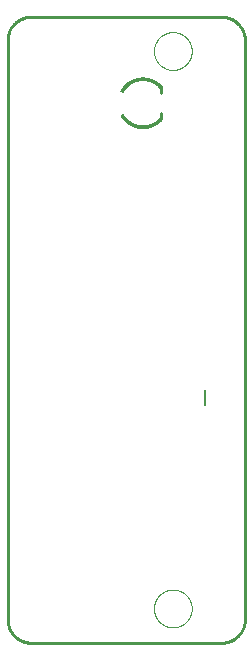
<source format=gbo>
G75*
%MOIN*%
%OFA0B0*%
%FSLAX25Y25*%
%IPPOS*%
%LPD*%
%AMOC8*
5,1,8,0,0,1.08239X$1,22.5*
%
%ADD10C,0.00000*%
%ADD11C,0.01000*%
%ADD12C,0.00800*%
%ADD13C,0.00100*%
D10*
X0060569Y0023167D02*
X0060571Y0023325D01*
X0060577Y0023483D01*
X0060587Y0023641D01*
X0060601Y0023799D01*
X0060619Y0023956D01*
X0060640Y0024113D01*
X0060666Y0024269D01*
X0060696Y0024425D01*
X0060729Y0024580D01*
X0060767Y0024733D01*
X0060808Y0024886D01*
X0060853Y0025038D01*
X0060902Y0025189D01*
X0060955Y0025338D01*
X0061011Y0025486D01*
X0061071Y0025632D01*
X0061135Y0025777D01*
X0061203Y0025920D01*
X0061274Y0026062D01*
X0061348Y0026202D01*
X0061426Y0026339D01*
X0061508Y0026475D01*
X0061592Y0026609D01*
X0061681Y0026740D01*
X0061772Y0026869D01*
X0061867Y0026996D01*
X0061964Y0027121D01*
X0062065Y0027243D01*
X0062169Y0027362D01*
X0062276Y0027479D01*
X0062386Y0027593D01*
X0062499Y0027704D01*
X0062614Y0027813D01*
X0062732Y0027918D01*
X0062853Y0028020D01*
X0062976Y0028120D01*
X0063102Y0028216D01*
X0063230Y0028309D01*
X0063360Y0028399D01*
X0063493Y0028485D01*
X0063628Y0028569D01*
X0063764Y0028648D01*
X0063903Y0028725D01*
X0064044Y0028797D01*
X0064186Y0028867D01*
X0064330Y0028932D01*
X0064476Y0028994D01*
X0064623Y0029052D01*
X0064772Y0029107D01*
X0064922Y0029158D01*
X0065073Y0029205D01*
X0065225Y0029248D01*
X0065378Y0029287D01*
X0065533Y0029323D01*
X0065688Y0029354D01*
X0065844Y0029382D01*
X0066000Y0029406D01*
X0066157Y0029426D01*
X0066315Y0029442D01*
X0066472Y0029454D01*
X0066631Y0029462D01*
X0066789Y0029466D01*
X0066947Y0029466D01*
X0067105Y0029462D01*
X0067264Y0029454D01*
X0067421Y0029442D01*
X0067579Y0029426D01*
X0067736Y0029406D01*
X0067892Y0029382D01*
X0068048Y0029354D01*
X0068203Y0029323D01*
X0068358Y0029287D01*
X0068511Y0029248D01*
X0068663Y0029205D01*
X0068814Y0029158D01*
X0068964Y0029107D01*
X0069113Y0029052D01*
X0069260Y0028994D01*
X0069406Y0028932D01*
X0069550Y0028867D01*
X0069692Y0028797D01*
X0069833Y0028725D01*
X0069972Y0028648D01*
X0070108Y0028569D01*
X0070243Y0028485D01*
X0070376Y0028399D01*
X0070506Y0028309D01*
X0070634Y0028216D01*
X0070760Y0028120D01*
X0070883Y0028020D01*
X0071004Y0027918D01*
X0071122Y0027813D01*
X0071237Y0027704D01*
X0071350Y0027593D01*
X0071460Y0027479D01*
X0071567Y0027362D01*
X0071671Y0027243D01*
X0071772Y0027121D01*
X0071869Y0026996D01*
X0071964Y0026869D01*
X0072055Y0026740D01*
X0072144Y0026609D01*
X0072228Y0026475D01*
X0072310Y0026339D01*
X0072388Y0026202D01*
X0072462Y0026062D01*
X0072533Y0025920D01*
X0072601Y0025777D01*
X0072665Y0025632D01*
X0072725Y0025486D01*
X0072781Y0025338D01*
X0072834Y0025189D01*
X0072883Y0025038D01*
X0072928Y0024886D01*
X0072969Y0024733D01*
X0073007Y0024580D01*
X0073040Y0024425D01*
X0073070Y0024269D01*
X0073096Y0024113D01*
X0073117Y0023956D01*
X0073135Y0023799D01*
X0073149Y0023641D01*
X0073159Y0023483D01*
X0073165Y0023325D01*
X0073167Y0023167D01*
X0073165Y0023009D01*
X0073159Y0022851D01*
X0073149Y0022693D01*
X0073135Y0022535D01*
X0073117Y0022378D01*
X0073096Y0022221D01*
X0073070Y0022065D01*
X0073040Y0021909D01*
X0073007Y0021754D01*
X0072969Y0021601D01*
X0072928Y0021448D01*
X0072883Y0021296D01*
X0072834Y0021145D01*
X0072781Y0020996D01*
X0072725Y0020848D01*
X0072665Y0020702D01*
X0072601Y0020557D01*
X0072533Y0020414D01*
X0072462Y0020272D01*
X0072388Y0020132D01*
X0072310Y0019995D01*
X0072228Y0019859D01*
X0072144Y0019725D01*
X0072055Y0019594D01*
X0071964Y0019465D01*
X0071869Y0019338D01*
X0071772Y0019213D01*
X0071671Y0019091D01*
X0071567Y0018972D01*
X0071460Y0018855D01*
X0071350Y0018741D01*
X0071237Y0018630D01*
X0071122Y0018521D01*
X0071004Y0018416D01*
X0070883Y0018314D01*
X0070760Y0018214D01*
X0070634Y0018118D01*
X0070506Y0018025D01*
X0070376Y0017935D01*
X0070243Y0017849D01*
X0070108Y0017765D01*
X0069972Y0017686D01*
X0069833Y0017609D01*
X0069692Y0017537D01*
X0069550Y0017467D01*
X0069406Y0017402D01*
X0069260Y0017340D01*
X0069113Y0017282D01*
X0068964Y0017227D01*
X0068814Y0017176D01*
X0068663Y0017129D01*
X0068511Y0017086D01*
X0068358Y0017047D01*
X0068203Y0017011D01*
X0068048Y0016980D01*
X0067892Y0016952D01*
X0067736Y0016928D01*
X0067579Y0016908D01*
X0067421Y0016892D01*
X0067264Y0016880D01*
X0067105Y0016872D01*
X0066947Y0016868D01*
X0066789Y0016868D01*
X0066631Y0016872D01*
X0066472Y0016880D01*
X0066315Y0016892D01*
X0066157Y0016908D01*
X0066000Y0016928D01*
X0065844Y0016952D01*
X0065688Y0016980D01*
X0065533Y0017011D01*
X0065378Y0017047D01*
X0065225Y0017086D01*
X0065073Y0017129D01*
X0064922Y0017176D01*
X0064772Y0017227D01*
X0064623Y0017282D01*
X0064476Y0017340D01*
X0064330Y0017402D01*
X0064186Y0017467D01*
X0064044Y0017537D01*
X0063903Y0017609D01*
X0063764Y0017686D01*
X0063628Y0017765D01*
X0063493Y0017849D01*
X0063360Y0017935D01*
X0063230Y0018025D01*
X0063102Y0018118D01*
X0062976Y0018214D01*
X0062853Y0018314D01*
X0062732Y0018416D01*
X0062614Y0018521D01*
X0062499Y0018630D01*
X0062386Y0018741D01*
X0062276Y0018855D01*
X0062169Y0018972D01*
X0062065Y0019091D01*
X0061964Y0019213D01*
X0061867Y0019338D01*
X0061772Y0019465D01*
X0061681Y0019594D01*
X0061592Y0019725D01*
X0061508Y0019859D01*
X0061426Y0019995D01*
X0061348Y0020132D01*
X0061274Y0020272D01*
X0061203Y0020414D01*
X0061135Y0020557D01*
X0061071Y0020702D01*
X0061011Y0020848D01*
X0060955Y0020996D01*
X0060902Y0021145D01*
X0060853Y0021296D01*
X0060808Y0021448D01*
X0060767Y0021601D01*
X0060729Y0021754D01*
X0060696Y0021909D01*
X0060666Y0022065D01*
X0060640Y0022221D01*
X0060619Y0022378D01*
X0060601Y0022535D01*
X0060587Y0022693D01*
X0060577Y0022851D01*
X0060571Y0023009D01*
X0060569Y0023167D01*
X0060569Y0208994D02*
X0060571Y0209152D01*
X0060577Y0209310D01*
X0060587Y0209468D01*
X0060601Y0209626D01*
X0060619Y0209783D01*
X0060640Y0209940D01*
X0060666Y0210096D01*
X0060696Y0210252D01*
X0060729Y0210407D01*
X0060767Y0210560D01*
X0060808Y0210713D01*
X0060853Y0210865D01*
X0060902Y0211016D01*
X0060955Y0211165D01*
X0061011Y0211313D01*
X0061071Y0211459D01*
X0061135Y0211604D01*
X0061203Y0211747D01*
X0061274Y0211889D01*
X0061348Y0212029D01*
X0061426Y0212166D01*
X0061508Y0212302D01*
X0061592Y0212436D01*
X0061681Y0212567D01*
X0061772Y0212696D01*
X0061867Y0212823D01*
X0061964Y0212948D01*
X0062065Y0213070D01*
X0062169Y0213189D01*
X0062276Y0213306D01*
X0062386Y0213420D01*
X0062499Y0213531D01*
X0062614Y0213640D01*
X0062732Y0213745D01*
X0062853Y0213847D01*
X0062976Y0213947D01*
X0063102Y0214043D01*
X0063230Y0214136D01*
X0063360Y0214226D01*
X0063493Y0214312D01*
X0063628Y0214396D01*
X0063764Y0214475D01*
X0063903Y0214552D01*
X0064044Y0214624D01*
X0064186Y0214694D01*
X0064330Y0214759D01*
X0064476Y0214821D01*
X0064623Y0214879D01*
X0064772Y0214934D01*
X0064922Y0214985D01*
X0065073Y0215032D01*
X0065225Y0215075D01*
X0065378Y0215114D01*
X0065533Y0215150D01*
X0065688Y0215181D01*
X0065844Y0215209D01*
X0066000Y0215233D01*
X0066157Y0215253D01*
X0066315Y0215269D01*
X0066472Y0215281D01*
X0066631Y0215289D01*
X0066789Y0215293D01*
X0066947Y0215293D01*
X0067105Y0215289D01*
X0067264Y0215281D01*
X0067421Y0215269D01*
X0067579Y0215253D01*
X0067736Y0215233D01*
X0067892Y0215209D01*
X0068048Y0215181D01*
X0068203Y0215150D01*
X0068358Y0215114D01*
X0068511Y0215075D01*
X0068663Y0215032D01*
X0068814Y0214985D01*
X0068964Y0214934D01*
X0069113Y0214879D01*
X0069260Y0214821D01*
X0069406Y0214759D01*
X0069550Y0214694D01*
X0069692Y0214624D01*
X0069833Y0214552D01*
X0069972Y0214475D01*
X0070108Y0214396D01*
X0070243Y0214312D01*
X0070376Y0214226D01*
X0070506Y0214136D01*
X0070634Y0214043D01*
X0070760Y0213947D01*
X0070883Y0213847D01*
X0071004Y0213745D01*
X0071122Y0213640D01*
X0071237Y0213531D01*
X0071350Y0213420D01*
X0071460Y0213306D01*
X0071567Y0213189D01*
X0071671Y0213070D01*
X0071772Y0212948D01*
X0071869Y0212823D01*
X0071964Y0212696D01*
X0072055Y0212567D01*
X0072144Y0212436D01*
X0072228Y0212302D01*
X0072310Y0212166D01*
X0072388Y0212029D01*
X0072462Y0211889D01*
X0072533Y0211747D01*
X0072601Y0211604D01*
X0072665Y0211459D01*
X0072725Y0211313D01*
X0072781Y0211165D01*
X0072834Y0211016D01*
X0072883Y0210865D01*
X0072928Y0210713D01*
X0072969Y0210560D01*
X0073007Y0210407D01*
X0073040Y0210252D01*
X0073070Y0210096D01*
X0073096Y0209940D01*
X0073117Y0209783D01*
X0073135Y0209626D01*
X0073149Y0209468D01*
X0073159Y0209310D01*
X0073165Y0209152D01*
X0073167Y0208994D01*
X0073165Y0208836D01*
X0073159Y0208678D01*
X0073149Y0208520D01*
X0073135Y0208362D01*
X0073117Y0208205D01*
X0073096Y0208048D01*
X0073070Y0207892D01*
X0073040Y0207736D01*
X0073007Y0207581D01*
X0072969Y0207428D01*
X0072928Y0207275D01*
X0072883Y0207123D01*
X0072834Y0206972D01*
X0072781Y0206823D01*
X0072725Y0206675D01*
X0072665Y0206529D01*
X0072601Y0206384D01*
X0072533Y0206241D01*
X0072462Y0206099D01*
X0072388Y0205959D01*
X0072310Y0205822D01*
X0072228Y0205686D01*
X0072144Y0205552D01*
X0072055Y0205421D01*
X0071964Y0205292D01*
X0071869Y0205165D01*
X0071772Y0205040D01*
X0071671Y0204918D01*
X0071567Y0204799D01*
X0071460Y0204682D01*
X0071350Y0204568D01*
X0071237Y0204457D01*
X0071122Y0204348D01*
X0071004Y0204243D01*
X0070883Y0204141D01*
X0070760Y0204041D01*
X0070634Y0203945D01*
X0070506Y0203852D01*
X0070376Y0203762D01*
X0070243Y0203676D01*
X0070108Y0203592D01*
X0069972Y0203513D01*
X0069833Y0203436D01*
X0069692Y0203364D01*
X0069550Y0203294D01*
X0069406Y0203229D01*
X0069260Y0203167D01*
X0069113Y0203109D01*
X0068964Y0203054D01*
X0068814Y0203003D01*
X0068663Y0202956D01*
X0068511Y0202913D01*
X0068358Y0202874D01*
X0068203Y0202838D01*
X0068048Y0202807D01*
X0067892Y0202779D01*
X0067736Y0202755D01*
X0067579Y0202735D01*
X0067421Y0202719D01*
X0067264Y0202707D01*
X0067105Y0202699D01*
X0066947Y0202695D01*
X0066789Y0202695D01*
X0066631Y0202699D01*
X0066472Y0202707D01*
X0066315Y0202719D01*
X0066157Y0202735D01*
X0066000Y0202755D01*
X0065844Y0202779D01*
X0065688Y0202807D01*
X0065533Y0202838D01*
X0065378Y0202874D01*
X0065225Y0202913D01*
X0065073Y0202956D01*
X0064922Y0203003D01*
X0064772Y0203054D01*
X0064623Y0203109D01*
X0064476Y0203167D01*
X0064330Y0203229D01*
X0064186Y0203294D01*
X0064044Y0203364D01*
X0063903Y0203436D01*
X0063764Y0203513D01*
X0063628Y0203592D01*
X0063493Y0203676D01*
X0063360Y0203762D01*
X0063230Y0203852D01*
X0063102Y0203945D01*
X0062976Y0204041D01*
X0062853Y0204141D01*
X0062732Y0204243D01*
X0062614Y0204348D01*
X0062499Y0204457D01*
X0062386Y0204568D01*
X0062276Y0204682D01*
X0062169Y0204799D01*
X0062065Y0204918D01*
X0061964Y0205040D01*
X0061867Y0205165D01*
X0061772Y0205292D01*
X0061681Y0205421D01*
X0061592Y0205552D01*
X0061508Y0205686D01*
X0061426Y0205822D01*
X0061348Y0205959D01*
X0061274Y0206099D01*
X0061203Y0206241D01*
X0061135Y0206384D01*
X0061071Y0206529D01*
X0061011Y0206675D01*
X0060955Y0206823D01*
X0060902Y0206972D01*
X0060853Y0207123D01*
X0060808Y0207275D01*
X0060767Y0207428D01*
X0060729Y0207581D01*
X0060696Y0207736D01*
X0060666Y0207892D01*
X0060640Y0208048D01*
X0060619Y0208205D01*
X0060601Y0208362D01*
X0060587Y0208520D01*
X0060577Y0208678D01*
X0060571Y0208836D01*
X0060569Y0208994D01*
D11*
X0011750Y0212537D02*
X0011750Y0019624D01*
X0011752Y0019434D01*
X0011759Y0019244D01*
X0011771Y0019054D01*
X0011787Y0018864D01*
X0011807Y0018675D01*
X0011833Y0018486D01*
X0011862Y0018298D01*
X0011897Y0018111D01*
X0011936Y0017925D01*
X0011979Y0017740D01*
X0012027Y0017555D01*
X0012079Y0017372D01*
X0012135Y0017191D01*
X0012196Y0017011D01*
X0012262Y0016832D01*
X0012331Y0016655D01*
X0012405Y0016479D01*
X0012483Y0016306D01*
X0012566Y0016134D01*
X0012652Y0015965D01*
X0012742Y0015797D01*
X0012837Y0015632D01*
X0012935Y0015469D01*
X0013038Y0015309D01*
X0013144Y0015151D01*
X0013254Y0014996D01*
X0013367Y0014843D01*
X0013485Y0014693D01*
X0013606Y0014547D01*
X0013730Y0014403D01*
X0013858Y0014262D01*
X0013989Y0014124D01*
X0014124Y0013989D01*
X0014262Y0013858D01*
X0014403Y0013730D01*
X0014547Y0013606D01*
X0014693Y0013485D01*
X0014843Y0013367D01*
X0014996Y0013254D01*
X0015151Y0013144D01*
X0015309Y0013038D01*
X0015469Y0012935D01*
X0015632Y0012837D01*
X0015797Y0012742D01*
X0015965Y0012652D01*
X0016134Y0012566D01*
X0016306Y0012483D01*
X0016479Y0012405D01*
X0016655Y0012331D01*
X0016832Y0012262D01*
X0017011Y0012196D01*
X0017191Y0012135D01*
X0017372Y0012079D01*
X0017555Y0012027D01*
X0017740Y0011979D01*
X0017925Y0011936D01*
X0018111Y0011897D01*
X0018298Y0011862D01*
X0018486Y0011833D01*
X0018675Y0011807D01*
X0018864Y0011787D01*
X0019054Y0011771D01*
X0019244Y0011759D01*
X0019434Y0011752D01*
X0019624Y0011750D01*
X0082990Y0011750D01*
X0083180Y0011752D01*
X0083370Y0011759D01*
X0083560Y0011771D01*
X0083750Y0011787D01*
X0083939Y0011807D01*
X0084128Y0011833D01*
X0084316Y0011862D01*
X0084503Y0011897D01*
X0084689Y0011936D01*
X0084874Y0011979D01*
X0085059Y0012027D01*
X0085242Y0012079D01*
X0085423Y0012135D01*
X0085603Y0012196D01*
X0085782Y0012262D01*
X0085959Y0012331D01*
X0086135Y0012405D01*
X0086308Y0012483D01*
X0086480Y0012566D01*
X0086649Y0012652D01*
X0086817Y0012742D01*
X0086982Y0012837D01*
X0087145Y0012935D01*
X0087305Y0013038D01*
X0087463Y0013144D01*
X0087618Y0013254D01*
X0087771Y0013367D01*
X0087921Y0013485D01*
X0088067Y0013606D01*
X0088211Y0013730D01*
X0088352Y0013858D01*
X0088490Y0013989D01*
X0088625Y0014124D01*
X0088756Y0014262D01*
X0088884Y0014403D01*
X0089008Y0014547D01*
X0089129Y0014693D01*
X0089247Y0014843D01*
X0089360Y0014996D01*
X0089470Y0015151D01*
X0089576Y0015309D01*
X0089679Y0015469D01*
X0089777Y0015632D01*
X0089872Y0015797D01*
X0089962Y0015965D01*
X0090048Y0016134D01*
X0090131Y0016306D01*
X0090209Y0016479D01*
X0090283Y0016655D01*
X0090352Y0016832D01*
X0090418Y0017011D01*
X0090479Y0017191D01*
X0090535Y0017372D01*
X0090587Y0017555D01*
X0090635Y0017740D01*
X0090678Y0017925D01*
X0090717Y0018111D01*
X0090752Y0018298D01*
X0090781Y0018486D01*
X0090807Y0018675D01*
X0090827Y0018864D01*
X0090843Y0019054D01*
X0090855Y0019244D01*
X0090862Y0019434D01*
X0090864Y0019624D01*
X0090864Y0212537D01*
X0090862Y0212727D01*
X0090855Y0212917D01*
X0090843Y0213107D01*
X0090827Y0213297D01*
X0090807Y0213486D01*
X0090781Y0213675D01*
X0090752Y0213863D01*
X0090717Y0214050D01*
X0090678Y0214236D01*
X0090635Y0214421D01*
X0090587Y0214606D01*
X0090535Y0214789D01*
X0090479Y0214970D01*
X0090418Y0215150D01*
X0090352Y0215329D01*
X0090283Y0215506D01*
X0090209Y0215682D01*
X0090131Y0215855D01*
X0090048Y0216027D01*
X0089962Y0216196D01*
X0089872Y0216364D01*
X0089777Y0216529D01*
X0089679Y0216692D01*
X0089576Y0216852D01*
X0089470Y0217010D01*
X0089360Y0217165D01*
X0089247Y0217318D01*
X0089129Y0217468D01*
X0089008Y0217614D01*
X0088884Y0217758D01*
X0088756Y0217899D01*
X0088625Y0218037D01*
X0088490Y0218172D01*
X0088352Y0218303D01*
X0088211Y0218431D01*
X0088067Y0218555D01*
X0087921Y0218676D01*
X0087771Y0218794D01*
X0087618Y0218907D01*
X0087463Y0219017D01*
X0087305Y0219123D01*
X0087145Y0219226D01*
X0086982Y0219324D01*
X0086817Y0219419D01*
X0086649Y0219509D01*
X0086480Y0219595D01*
X0086308Y0219678D01*
X0086135Y0219756D01*
X0085959Y0219830D01*
X0085782Y0219899D01*
X0085603Y0219965D01*
X0085423Y0220026D01*
X0085242Y0220082D01*
X0085059Y0220134D01*
X0084874Y0220182D01*
X0084689Y0220225D01*
X0084503Y0220264D01*
X0084316Y0220299D01*
X0084128Y0220328D01*
X0083939Y0220354D01*
X0083750Y0220374D01*
X0083560Y0220390D01*
X0083370Y0220402D01*
X0083180Y0220409D01*
X0082990Y0220411D01*
X0019624Y0220411D01*
X0019434Y0220409D01*
X0019244Y0220402D01*
X0019054Y0220390D01*
X0018864Y0220374D01*
X0018675Y0220354D01*
X0018486Y0220328D01*
X0018298Y0220299D01*
X0018111Y0220264D01*
X0017925Y0220225D01*
X0017740Y0220182D01*
X0017555Y0220134D01*
X0017372Y0220082D01*
X0017191Y0220026D01*
X0017011Y0219965D01*
X0016832Y0219899D01*
X0016655Y0219830D01*
X0016479Y0219756D01*
X0016306Y0219678D01*
X0016134Y0219595D01*
X0015965Y0219509D01*
X0015797Y0219419D01*
X0015632Y0219324D01*
X0015469Y0219226D01*
X0015309Y0219123D01*
X0015151Y0219017D01*
X0014996Y0218907D01*
X0014843Y0218794D01*
X0014693Y0218676D01*
X0014547Y0218555D01*
X0014403Y0218431D01*
X0014262Y0218303D01*
X0014124Y0218172D01*
X0013989Y0218037D01*
X0013858Y0217899D01*
X0013730Y0217758D01*
X0013606Y0217614D01*
X0013485Y0217468D01*
X0013367Y0217318D01*
X0013254Y0217165D01*
X0013144Y0217010D01*
X0013038Y0216852D01*
X0012935Y0216692D01*
X0012837Y0216529D01*
X0012742Y0216364D01*
X0012652Y0216196D01*
X0012566Y0216027D01*
X0012483Y0215855D01*
X0012405Y0215682D01*
X0012331Y0215506D01*
X0012262Y0215329D01*
X0012196Y0215150D01*
X0012135Y0214970D01*
X0012079Y0214789D01*
X0012027Y0214606D01*
X0011979Y0214421D01*
X0011936Y0214236D01*
X0011897Y0214050D01*
X0011862Y0213863D01*
X0011833Y0213675D01*
X0011807Y0213486D01*
X0011787Y0213297D01*
X0011771Y0213107D01*
X0011759Y0212917D01*
X0011752Y0212727D01*
X0011750Y0212537D01*
X0062950Y0196850D02*
X0062950Y0194850D01*
X0062950Y0188450D02*
X0062950Y0186650D01*
D12*
X0077612Y0096069D02*
X0077612Y0091069D01*
D13*
X0056700Y0200199D02*
X0056700Y0199299D01*
X0056700Y0199300D02*
X0056517Y0199296D01*
X0056334Y0199289D01*
X0056151Y0199276D01*
X0055968Y0199259D01*
X0055786Y0199238D01*
X0055605Y0199213D01*
X0055424Y0199183D01*
X0055244Y0199148D01*
X0055065Y0199110D01*
X0054887Y0199067D01*
X0054710Y0199019D01*
X0054535Y0198968D01*
X0054360Y0198912D01*
X0054187Y0198852D01*
X0054016Y0198787D01*
X0053846Y0198719D01*
X0053677Y0198647D01*
X0053511Y0198570D01*
X0053347Y0198489D01*
X0053184Y0198405D01*
X0053024Y0198316D01*
X0052865Y0198224D01*
X0052709Y0198128D01*
X0052556Y0198028D01*
X0052405Y0197924D01*
X0052256Y0197817D01*
X0052110Y0197706D01*
X0051967Y0197592D01*
X0051827Y0197474D01*
X0051690Y0197353D01*
X0051555Y0197229D01*
X0051424Y0197101D01*
X0051295Y0196970D01*
X0051170Y0196836D01*
X0051049Y0196700D01*
X0050930Y0196560D01*
X0050815Y0196417D01*
X0050704Y0196272D01*
X0050596Y0196124D01*
X0050492Y0195973D01*
X0050391Y0195820D01*
X0050294Y0195665D01*
X0050201Y0195507D01*
X0050112Y0195347D01*
X0049318Y0195770D01*
X0049418Y0195950D01*
X0049522Y0196127D01*
X0049630Y0196301D01*
X0049743Y0196473D01*
X0049860Y0196641D01*
X0049981Y0196807D01*
X0050105Y0196970D01*
X0050234Y0197130D01*
X0050367Y0197287D01*
X0050503Y0197440D01*
X0050643Y0197590D01*
X0050787Y0197737D01*
X0050934Y0197880D01*
X0051085Y0198020D01*
X0051239Y0198155D01*
X0051396Y0198287D01*
X0051556Y0198415D01*
X0051720Y0198540D01*
X0051886Y0198660D01*
X0052056Y0198776D01*
X0052228Y0198888D01*
X0052402Y0198996D01*
X0052580Y0199099D01*
X0052759Y0199198D01*
X0052942Y0199293D01*
X0053126Y0199383D01*
X0053312Y0199469D01*
X0053501Y0199550D01*
X0053691Y0199627D01*
X0053884Y0199699D01*
X0054078Y0199766D01*
X0054273Y0199829D01*
X0054470Y0199887D01*
X0054668Y0199940D01*
X0054868Y0199988D01*
X0055069Y0200031D01*
X0055270Y0200069D01*
X0055473Y0200103D01*
X0055676Y0200131D01*
X0055880Y0200155D01*
X0056085Y0200174D01*
X0056289Y0200187D01*
X0056494Y0200196D01*
X0056700Y0200200D01*
X0056700Y0200106D01*
X0056497Y0200102D01*
X0056294Y0200094D01*
X0056091Y0200080D01*
X0055889Y0200062D01*
X0055688Y0200038D01*
X0055487Y0200010D01*
X0055286Y0199977D01*
X0055087Y0199939D01*
X0054889Y0199896D01*
X0054691Y0199848D01*
X0054495Y0199796D01*
X0054300Y0199739D01*
X0054107Y0199677D01*
X0053915Y0199610D01*
X0053725Y0199539D01*
X0053537Y0199464D01*
X0053351Y0199383D01*
X0053166Y0199298D01*
X0052984Y0199209D01*
X0052804Y0199115D01*
X0052626Y0199017D01*
X0052451Y0198915D01*
X0052278Y0198809D01*
X0052108Y0198698D01*
X0051940Y0198583D01*
X0051776Y0198464D01*
X0051614Y0198341D01*
X0051456Y0198215D01*
X0051300Y0198084D01*
X0051148Y0197950D01*
X0050999Y0197812D01*
X0050853Y0197671D01*
X0050711Y0197526D01*
X0050573Y0197377D01*
X0050438Y0197226D01*
X0050307Y0197071D01*
X0050180Y0196913D01*
X0050056Y0196751D01*
X0049937Y0196587D01*
X0049821Y0196420D01*
X0049710Y0196251D01*
X0049602Y0196078D01*
X0049499Y0195903D01*
X0049401Y0195726D01*
X0049484Y0195682D01*
X0049581Y0195857D01*
X0049683Y0196030D01*
X0049789Y0196200D01*
X0049899Y0196368D01*
X0050013Y0196533D01*
X0050132Y0196695D01*
X0050254Y0196855D01*
X0050380Y0197011D01*
X0050509Y0197164D01*
X0050643Y0197314D01*
X0050779Y0197461D01*
X0050920Y0197604D01*
X0051064Y0197744D01*
X0051211Y0197880D01*
X0051362Y0198013D01*
X0051515Y0198142D01*
X0051672Y0198267D01*
X0051832Y0198389D01*
X0051995Y0198506D01*
X0052160Y0198620D01*
X0052328Y0198729D01*
X0052499Y0198835D01*
X0052672Y0198936D01*
X0052848Y0199033D01*
X0053026Y0199125D01*
X0053206Y0199213D01*
X0053389Y0199297D01*
X0053573Y0199377D01*
X0053759Y0199452D01*
X0053947Y0199522D01*
X0054137Y0199588D01*
X0054328Y0199649D01*
X0054520Y0199705D01*
X0054714Y0199757D01*
X0054909Y0199804D01*
X0055105Y0199847D01*
X0055303Y0199884D01*
X0055501Y0199917D01*
X0055699Y0199945D01*
X0055899Y0199968D01*
X0056098Y0199986D01*
X0056299Y0200000D01*
X0056499Y0200008D01*
X0056700Y0200012D01*
X0056700Y0199918D01*
X0056501Y0199914D01*
X0056303Y0199906D01*
X0056105Y0199893D01*
X0055908Y0199874D01*
X0055711Y0199852D01*
X0055514Y0199824D01*
X0055319Y0199792D01*
X0055124Y0199754D01*
X0054930Y0199713D01*
X0054737Y0199666D01*
X0054545Y0199615D01*
X0054355Y0199559D01*
X0054166Y0199499D01*
X0053979Y0199434D01*
X0053793Y0199364D01*
X0053609Y0199290D01*
X0053427Y0199211D01*
X0053247Y0199128D01*
X0053068Y0199041D01*
X0052892Y0198950D01*
X0052719Y0198854D01*
X0052547Y0198754D01*
X0052379Y0198650D01*
X0052212Y0198542D01*
X0052049Y0198429D01*
X0051888Y0198313D01*
X0051730Y0198193D01*
X0051575Y0198069D01*
X0051423Y0197942D01*
X0051274Y0197811D01*
X0051129Y0197676D01*
X0050986Y0197538D01*
X0050848Y0197396D01*
X0050712Y0197251D01*
X0050580Y0197103D01*
X0050452Y0196951D01*
X0050328Y0196797D01*
X0050207Y0196640D01*
X0050090Y0196479D01*
X0049977Y0196316D01*
X0049869Y0196150D01*
X0049764Y0195982D01*
X0049663Y0195811D01*
X0049567Y0195638D01*
X0049649Y0195593D01*
X0049745Y0195765D01*
X0049844Y0195934D01*
X0049948Y0196100D01*
X0050056Y0196264D01*
X0050167Y0196425D01*
X0050283Y0196584D01*
X0050402Y0196739D01*
X0050525Y0196892D01*
X0050652Y0197041D01*
X0050782Y0197188D01*
X0050916Y0197331D01*
X0051053Y0197471D01*
X0051194Y0197608D01*
X0051337Y0197741D01*
X0051484Y0197871D01*
X0051635Y0197997D01*
X0051788Y0198119D01*
X0051944Y0198238D01*
X0052103Y0198353D01*
X0052265Y0198463D01*
X0052429Y0198570D01*
X0052596Y0198673D01*
X0052765Y0198772D01*
X0052937Y0198867D01*
X0053111Y0198957D01*
X0053287Y0199044D01*
X0053465Y0199125D01*
X0053645Y0199203D01*
X0053827Y0199276D01*
X0054010Y0199345D01*
X0054196Y0199409D01*
X0054382Y0199469D01*
X0054570Y0199524D01*
X0054760Y0199575D01*
X0054950Y0199621D01*
X0055142Y0199662D01*
X0055335Y0199699D01*
X0055528Y0199731D01*
X0055722Y0199758D01*
X0055917Y0199781D01*
X0056112Y0199799D01*
X0056308Y0199812D01*
X0056504Y0199820D01*
X0056700Y0199824D01*
X0056700Y0199730D01*
X0056506Y0199726D01*
X0056312Y0199718D01*
X0056119Y0199705D01*
X0055926Y0199687D01*
X0055734Y0199665D01*
X0055542Y0199638D01*
X0055351Y0199606D01*
X0055160Y0199570D01*
X0054971Y0199529D01*
X0054783Y0199484D01*
X0054596Y0199434D01*
X0054410Y0199379D01*
X0054225Y0199320D01*
X0054042Y0199257D01*
X0053861Y0199189D01*
X0053681Y0199116D01*
X0053503Y0199040D01*
X0053327Y0198959D01*
X0053153Y0198873D01*
X0052981Y0198784D01*
X0052811Y0198690D01*
X0052644Y0198593D01*
X0052479Y0198491D01*
X0052317Y0198385D01*
X0052157Y0198276D01*
X0052000Y0198162D01*
X0051846Y0198045D01*
X0051694Y0197924D01*
X0051546Y0197800D01*
X0051401Y0197672D01*
X0051258Y0197540D01*
X0051119Y0197405D01*
X0050984Y0197267D01*
X0050852Y0197125D01*
X0050723Y0196980D01*
X0050598Y0196832D01*
X0050476Y0196681D01*
X0050358Y0196528D01*
X0050244Y0196371D01*
X0050134Y0196212D01*
X0050028Y0196050D01*
X0049925Y0195885D01*
X0049827Y0195718D01*
X0049732Y0195549D01*
X0049815Y0195505D01*
X0049909Y0195672D01*
X0050006Y0195837D01*
X0050107Y0196000D01*
X0050212Y0196160D01*
X0050321Y0196317D01*
X0050434Y0196472D01*
X0050550Y0196624D01*
X0050670Y0196773D01*
X0050794Y0196919D01*
X0050921Y0197062D01*
X0051052Y0197202D01*
X0051186Y0197338D01*
X0051323Y0197472D01*
X0051464Y0197602D01*
X0051607Y0197729D01*
X0051754Y0197852D01*
X0051904Y0197971D01*
X0052056Y0198087D01*
X0052211Y0198199D01*
X0052369Y0198307D01*
X0052530Y0198412D01*
X0052693Y0198512D01*
X0052858Y0198609D01*
X0053025Y0198701D01*
X0053195Y0198789D01*
X0053367Y0198874D01*
X0053541Y0198954D01*
X0053717Y0199029D01*
X0053895Y0199101D01*
X0054074Y0199168D01*
X0054255Y0199231D01*
X0054437Y0199289D01*
X0054621Y0199343D01*
X0054806Y0199393D01*
X0054992Y0199437D01*
X0055179Y0199478D01*
X0055367Y0199514D01*
X0055556Y0199545D01*
X0055745Y0199572D01*
X0055935Y0199594D01*
X0056126Y0199611D01*
X0056317Y0199624D01*
X0056508Y0199632D01*
X0056700Y0199636D01*
X0056700Y0199542D01*
X0056511Y0199538D01*
X0056322Y0199530D01*
X0056133Y0199518D01*
X0055945Y0199500D01*
X0055757Y0199478D01*
X0055570Y0199452D01*
X0055383Y0199421D01*
X0055197Y0199386D01*
X0055012Y0199346D01*
X0054828Y0199301D01*
X0054646Y0199252D01*
X0054464Y0199199D01*
X0054284Y0199142D01*
X0054106Y0199080D01*
X0053928Y0199013D01*
X0053753Y0198943D01*
X0053579Y0198868D01*
X0053407Y0198789D01*
X0053238Y0198705D01*
X0053070Y0198618D01*
X0052904Y0198527D01*
X0052741Y0198431D01*
X0052580Y0198332D01*
X0052421Y0198229D01*
X0052265Y0198122D01*
X0052112Y0198011D01*
X0051961Y0197897D01*
X0051814Y0197779D01*
X0051669Y0197657D01*
X0051527Y0197532D01*
X0051388Y0197404D01*
X0051253Y0197272D01*
X0051120Y0197137D01*
X0050991Y0196999D01*
X0050865Y0196857D01*
X0050743Y0196713D01*
X0050624Y0196566D01*
X0050509Y0196416D01*
X0050398Y0196263D01*
X0050290Y0196107D01*
X0050186Y0195949D01*
X0050086Y0195789D01*
X0049990Y0195626D01*
X0049898Y0195461D01*
X0049981Y0195416D01*
X0050072Y0195580D01*
X0050167Y0195741D01*
X0050266Y0195899D01*
X0050368Y0196055D01*
X0050475Y0196209D01*
X0050585Y0196360D01*
X0050699Y0196508D01*
X0050816Y0196654D01*
X0050937Y0196796D01*
X0051061Y0196936D01*
X0051188Y0197072D01*
X0051319Y0197206D01*
X0051453Y0197336D01*
X0051590Y0197463D01*
X0051730Y0197586D01*
X0051873Y0197706D01*
X0052019Y0197823D01*
X0052168Y0197936D01*
X0052320Y0198045D01*
X0052474Y0198151D01*
X0052630Y0198253D01*
X0052789Y0198351D01*
X0052951Y0198445D01*
X0053114Y0198535D01*
X0053280Y0198622D01*
X0053448Y0198704D01*
X0053617Y0198782D01*
X0053789Y0198856D01*
X0053962Y0198925D01*
X0054137Y0198991D01*
X0054314Y0199052D01*
X0054492Y0199109D01*
X0054671Y0199162D01*
X0054851Y0199210D01*
X0055033Y0199254D01*
X0055216Y0199294D01*
X0055399Y0199329D01*
X0055583Y0199359D01*
X0055768Y0199385D01*
X0055954Y0199407D01*
X0056140Y0199424D01*
X0056326Y0199436D01*
X0056513Y0199444D01*
X0056700Y0199448D01*
X0056700Y0199354D01*
X0056515Y0199350D01*
X0056331Y0199342D01*
X0056147Y0199330D01*
X0055963Y0199313D01*
X0055780Y0199292D01*
X0055597Y0199266D01*
X0055415Y0199236D01*
X0055234Y0199201D01*
X0055054Y0199162D01*
X0054874Y0199119D01*
X0054696Y0199071D01*
X0054519Y0199019D01*
X0054343Y0198963D01*
X0054169Y0198903D01*
X0053996Y0198838D01*
X0053825Y0198769D01*
X0053656Y0198696D01*
X0053488Y0198619D01*
X0053322Y0198538D01*
X0053159Y0198452D01*
X0052997Y0198363D01*
X0052838Y0198270D01*
X0052681Y0198173D01*
X0052526Y0198073D01*
X0052374Y0197968D01*
X0052224Y0197860D01*
X0052077Y0197749D01*
X0051933Y0197634D01*
X0051792Y0197515D01*
X0051653Y0197393D01*
X0051518Y0197268D01*
X0051386Y0197139D01*
X0051256Y0197007D01*
X0051130Y0196873D01*
X0051008Y0196735D01*
X0050889Y0196594D01*
X0050773Y0196450D01*
X0050660Y0196304D01*
X0050552Y0196155D01*
X0050447Y0196003D01*
X0050345Y0195849D01*
X0050248Y0195692D01*
X0050154Y0195533D01*
X0050064Y0195372D01*
X0049439Y0187515D02*
X0050220Y0187961D01*
X0050313Y0187804D01*
X0050410Y0187650D01*
X0050511Y0187498D01*
X0050616Y0187349D01*
X0050724Y0187202D01*
X0050835Y0187057D01*
X0050950Y0186916D01*
X0051069Y0186777D01*
X0051191Y0186642D01*
X0051316Y0186509D01*
X0051444Y0186379D01*
X0051575Y0186253D01*
X0051709Y0186129D01*
X0051846Y0186009D01*
X0051986Y0185892D01*
X0052129Y0185779D01*
X0052275Y0185669D01*
X0052423Y0185563D01*
X0052574Y0185460D01*
X0052727Y0185361D01*
X0052882Y0185266D01*
X0053040Y0185175D01*
X0053200Y0185087D01*
X0053362Y0185003D01*
X0053525Y0184923D01*
X0053691Y0184847D01*
X0053859Y0184776D01*
X0054028Y0184708D01*
X0054199Y0184644D01*
X0054371Y0184585D01*
X0054545Y0184529D01*
X0054720Y0184478D01*
X0054896Y0184431D01*
X0055073Y0184389D01*
X0055252Y0184350D01*
X0055431Y0184316D01*
X0055611Y0184286D01*
X0055791Y0184261D01*
X0055972Y0184240D01*
X0056154Y0184224D01*
X0056336Y0184211D01*
X0056518Y0184204D01*
X0056700Y0184200D01*
X0056701Y0183301D01*
X0056700Y0183300D01*
X0056496Y0183304D01*
X0056292Y0183312D01*
X0056088Y0183326D01*
X0055884Y0183344D01*
X0055681Y0183368D01*
X0055479Y0183396D01*
X0055277Y0183429D01*
X0055077Y0183467D01*
X0054877Y0183510D01*
X0054678Y0183558D01*
X0054481Y0183610D01*
X0054285Y0183668D01*
X0054090Y0183730D01*
X0053897Y0183796D01*
X0053705Y0183868D01*
X0053516Y0183944D01*
X0053328Y0184024D01*
X0053142Y0184109D01*
X0052958Y0184199D01*
X0052777Y0184292D01*
X0052598Y0184391D01*
X0052421Y0184493D01*
X0052247Y0184600D01*
X0052075Y0184711D01*
X0051906Y0184826D01*
X0051740Y0184945D01*
X0051577Y0185068D01*
X0051417Y0185195D01*
X0051260Y0185326D01*
X0051106Y0185461D01*
X0050956Y0185599D01*
X0050809Y0185741D01*
X0050665Y0185886D01*
X0050525Y0186035D01*
X0050389Y0186187D01*
X0050256Y0186343D01*
X0050128Y0186501D01*
X0050003Y0186663D01*
X0049882Y0186828D01*
X0049765Y0186995D01*
X0049652Y0187166D01*
X0049543Y0187339D01*
X0049438Y0187514D01*
X0049520Y0187561D01*
X0049623Y0187387D01*
X0049731Y0187216D01*
X0049843Y0187048D01*
X0049958Y0186882D01*
X0050078Y0186719D01*
X0050202Y0186560D01*
X0050329Y0186403D01*
X0050460Y0186249D01*
X0050595Y0186099D01*
X0050733Y0185951D01*
X0050875Y0185808D01*
X0051021Y0185667D01*
X0051169Y0185531D01*
X0051321Y0185398D01*
X0051477Y0185268D01*
X0051635Y0185143D01*
X0051796Y0185021D01*
X0051960Y0184903D01*
X0052127Y0184789D01*
X0052297Y0184680D01*
X0052469Y0184574D01*
X0052644Y0184473D01*
X0052821Y0184375D01*
X0053000Y0184283D01*
X0053182Y0184194D01*
X0053366Y0184110D01*
X0053551Y0184030D01*
X0053739Y0183955D01*
X0053928Y0183885D01*
X0054119Y0183819D01*
X0054312Y0183758D01*
X0054506Y0183701D01*
X0054701Y0183649D01*
X0054897Y0183602D01*
X0055095Y0183560D01*
X0055293Y0183522D01*
X0055493Y0183489D01*
X0055693Y0183461D01*
X0055894Y0183438D01*
X0056095Y0183420D01*
X0056296Y0183406D01*
X0056498Y0183398D01*
X0056700Y0183394D01*
X0056700Y0183488D01*
X0056501Y0183492D01*
X0056301Y0183500D01*
X0056102Y0183513D01*
X0055903Y0183532D01*
X0055704Y0183554D01*
X0055507Y0183582D01*
X0055309Y0183615D01*
X0055113Y0183652D01*
X0054918Y0183694D01*
X0054724Y0183740D01*
X0054531Y0183792D01*
X0054339Y0183848D01*
X0054149Y0183908D01*
X0053960Y0183973D01*
X0053773Y0184043D01*
X0053587Y0184117D01*
X0053404Y0184196D01*
X0053222Y0184279D01*
X0053042Y0184367D01*
X0052865Y0184458D01*
X0052690Y0184554D01*
X0052517Y0184655D01*
X0052347Y0184759D01*
X0052179Y0184868D01*
X0052014Y0184980D01*
X0051852Y0185096D01*
X0051693Y0185217D01*
X0051536Y0185341D01*
X0051383Y0185469D01*
X0051232Y0185600D01*
X0051085Y0185736D01*
X0050942Y0185874D01*
X0050801Y0186016D01*
X0050664Y0186162D01*
X0050531Y0186311D01*
X0050401Y0186463D01*
X0050275Y0186618D01*
X0050153Y0186776D01*
X0050035Y0186937D01*
X0049921Y0187100D01*
X0049810Y0187267D01*
X0049704Y0187436D01*
X0049602Y0187607D01*
X0049683Y0187654D01*
X0049784Y0187484D01*
X0049889Y0187317D01*
X0049999Y0187153D01*
X0050112Y0186991D01*
X0050229Y0186832D01*
X0050349Y0186676D01*
X0050474Y0186522D01*
X0050602Y0186372D01*
X0050734Y0186225D01*
X0050869Y0186081D01*
X0051008Y0185941D01*
X0051150Y0185804D01*
X0051295Y0185670D01*
X0051444Y0185540D01*
X0051596Y0185414D01*
X0051750Y0185291D01*
X0051908Y0185172D01*
X0052068Y0185057D01*
X0052231Y0184946D01*
X0052397Y0184839D01*
X0052565Y0184735D01*
X0052736Y0184636D01*
X0052909Y0184541D01*
X0053085Y0184451D01*
X0053262Y0184364D01*
X0053442Y0184282D01*
X0053623Y0184204D01*
X0053806Y0184131D01*
X0053991Y0184062D01*
X0054178Y0183998D01*
X0054366Y0183938D01*
X0054556Y0183882D01*
X0054746Y0183832D01*
X0054938Y0183785D01*
X0055131Y0183744D01*
X0055325Y0183707D01*
X0055520Y0183675D01*
X0055716Y0183648D01*
X0055912Y0183625D01*
X0056109Y0183607D01*
X0056306Y0183594D01*
X0056503Y0183586D01*
X0056700Y0183582D01*
X0056700Y0183676D01*
X0056505Y0183680D01*
X0056310Y0183688D01*
X0056115Y0183701D01*
X0055921Y0183719D01*
X0055727Y0183741D01*
X0055534Y0183768D01*
X0055341Y0183800D01*
X0055150Y0183836D01*
X0054959Y0183877D01*
X0054769Y0183923D01*
X0054581Y0183973D01*
X0054393Y0184028D01*
X0054207Y0184087D01*
X0054023Y0184150D01*
X0053840Y0184219D01*
X0053659Y0184291D01*
X0053480Y0184368D01*
X0053302Y0184449D01*
X0053127Y0184535D01*
X0052953Y0184624D01*
X0052782Y0184718D01*
X0052614Y0184816D01*
X0052447Y0184918D01*
X0052283Y0185024D01*
X0052122Y0185134D01*
X0051964Y0185248D01*
X0051808Y0185365D01*
X0051655Y0185487D01*
X0051505Y0185612D01*
X0051358Y0185740D01*
X0051215Y0185872D01*
X0051074Y0186008D01*
X0050937Y0186147D01*
X0050803Y0186289D01*
X0050673Y0186434D01*
X0050546Y0186582D01*
X0050423Y0186734D01*
X0050304Y0186888D01*
X0050188Y0187045D01*
X0050077Y0187205D01*
X0049969Y0187368D01*
X0049865Y0187533D01*
X0049765Y0187701D01*
X0049846Y0187747D01*
X0049945Y0187582D01*
X0050048Y0187418D01*
X0050155Y0187258D01*
X0050265Y0187100D01*
X0050379Y0186944D01*
X0050497Y0186792D01*
X0050619Y0186642D01*
X0050744Y0186496D01*
X0050873Y0186352D01*
X0051005Y0186212D01*
X0051140Y0186074D01*
X0051279Y0185940D01*
X0051421Y0185810D01*
X0051566Y0185683D01*
X0051714Y0185559D01*
X0051865Y0185440D01*
X0052019Y0185323D01*
X0052176Y0185211D01*
X0052335Y0185102D01*
X0052497Y0184998D01*
X0052662Y0184897D01*
X0052828Y0184800D01*
X0052998Y0184707D01*
X0053169Y0184619D01*
X0053342Y0184534D01*
X0053518Y0184454D01*
X0053695Y0184378D01*
X0053874Y0184306D01*
X0054055Y0184239D01*
X0054237Y0184176D01*
X0054421Y0184118D01*
X0054606Y0184064D01*
X0054792Y0184014D01*
X0054980Y0183969D01*
X0055168Y0183928D01*
X0055357Y0183892D01*
X0055548Y0183861D01*
X0055739Y0183834D01*
X0055930Y0183812D01*
X0056122Y0183795D01*
X0056315Y0183782D01*
X0056507Y0183774D01*
X0056700Y0183770D01*
X0056700Y0183864D01*
X0056510Y0183868D01*
X0056319Y0183876D01*
X0056129Y0183888D01*
X0055939Y0183906D01*
X0055750Y0183928D01*
X0055562Y0183954D01*
X0055374Y0183985D01*
X0055186Y0184021D01*
X0055000Y0184061D01*
X0054815Y0184105D01*
X0054631Y0184154D01*
X0054448Y0184208D01*
X0054266Y0184265D01*
X0054086Y0184328D01*
X0053908Y0184394D01*
X0053731Y0184465D01*
X0053556Y0184540D01*
X0053382Y0184619D01*
X0053211Y0184703D01*
X0053042Y0184790D01*
X0052875Y0184882D01*
X0052710Y0184978D01*
X0052547Y0185077D01*
X0052387Y0185181D01*
X0052230Y0185288D01*
X0052075Y0185399D01*
X0051923Y0185514D01*
X0051774Y0185632D01*
X0051628Y0185754D01*
X0051484Y0185880D01*
X0051344Y0186009D01*
X0051207Y0186141D01*
X0051073Y0186277D01*
X0050942Y0186415D01*
X0050815Y0186557D01*
X0050691Y0186702D01*
X0050571Y0186850D01*
X0050455Y0187001D01*
X0050342Y0187154D01*
X0050233Y0187310D01*
X0050127Y0187469D01*
X0050026Y0187630D01*
X0049928Y0187794D01*
X0050010Y0187841D01*
X0050106Y0187679D01*
X0050206Y0187520D01*
X0050310Y0187363D01*
X0050418Y0187208D01*
X0050530Y0187057D01*
X0050645Y0186908D01*
X0050764Y0186762D01*
X0050886Y0186619D01*
X0051012Y0186479D01*
X0051141Y0186342D01*
X0051273Y0186208D01*
X0051409Y0186077D01*
X0051547Y0185950D01*
X0051689Y0185826D01*
X0051833Y0185705D01*
X0051981Y0185588D01*
X0052131Y0185475D01*
X0052284Y0185365D01*
X0052440Y0185259D01*
X0052598Y0185157D01*
X0052758Y0185058D01*
X0052921Y0184964D01*
X0053086Y0184873D01*
X0053253Y0184787D01*
X0053422Y0184704D01*
X0053593Y0184626D01*
X0053766Y0184552D01*
X0053941Y0184482D01*
X0054118Y0184416D01*
X0054296Y0184355D01*
X0054475Y0184298D01*
X0054656Y0184245D01*
X0054838Y0184196D01*
X0055021Y0184152D01*
X0055205Y0184113D01*
X0055390Y0184078D01*
X0055575Y0184047D01*
X0055762Y0184021D01*
X0055949Y0183999D01*
X0056136Y0183982D01*
X0056324Y0183970D01*
X0056512Y0183962D01*
X0056700Y0183958D01*
X0056700Y0184052D01*
X0056514Y0184056D01*
X0056329Y0184064D01*
X0056143Y0184076D01*
X0055958Y0184093D01*
X0055773Y0184114D01*
X0055589Y0184140D01*
X0055406Y0184170D01*
X0055223Y0184205D01*
X0055041Y0184244D01*
X0054860Y0184288D01*
X0054681Y0184335D01*
X0054502Y0184388D01*
X0054325Y0184444D01*
X0054149Y0184505D01*
X0053975Y0184570D01*
X0053802Y0184639D01*
X0053631Y0184712D01*
X0053462Y0184789D01*
X0053295Y0184871D01*
X0053130Y0184956D01*
X0052967Y0185046D01*
X0052806Y0185139D01*
X0052648Y0185236D01*
X0052492Y0185337D01*
X0052338Y0185442D01*
X0052187Y0185550D01*
X0052038Y0185662D01*
X0051893Y0185778D01*
X0051750Y0185897D01*
X0051610Y0186019D01*
X0051473Y0186145D01*
X0051339Y0186274D01*
X0051209Y0186407D01*
X0051081Y0186542D01*
X0050957Y0186680D01*
X0050836Y0186822D01*
X0050719Y0186966D01*
X0050605Y0187113D01*
X0050495Y0187263D01*
X0050388Y0187415D01*
X0050286Y0187570D01*
X0050187Y0187728D01*
X0050091Y0187887D01*
X0050173Y0187934D01*
X0050267Y0187776D01*
X0050365Y0187621D01*
X0050466Y0187468D01*
X0050572Y0187317D01*
X0050681Y0187169D01*
X0050793Y0187024D01*
X0050909Y0186882D01*
X0051028Y0186742D01*
X0051151Y0186605D01*
X0051277Y0186472D01*
X0051406Y0186341D01*
X0051538Y0186213D01*
X0051673Y0186089D01*
X0051811Y0185968D01*
X0051952Y0185851D01*
X0052096Y0185737D01*
X0052243Y0185626D01*
X0052392Y0185519D01*
X0052544Y0185415D01*
X0052698Y0185316D01*
X0052854Y0185220D01*
X0053013Y0185128D01*
X0053174Y0185039D01*
X0053337Y0184955D01*
X0053502Y0184874D01*
X0053669Y0184798D01*
X0053838Y0184726D01*
X0054009Y0184657D01*
X0054181Y0184593D01*
X0054354Y0184533D01*
X0054529Y0184477D01*
X0054706Y0184426D01*
X0054883Y0184379D01*
X0055062Y0184336D01*
X0055241Y0184297D01*
X0055422Y0184263D01*
X0055603Y0184233D01*
X0055785Y0184208D01*
X0055967Y0184186D01*
X0056150Y0184170D01*
X0056333Y0184157D01*
X0056517Y0184150D01*
X0056700Y0184146D01*
X0056799Y0183301D02*
X0056799Y0184201D01*
X0056800Y0184200D02*
X0056984Y0184204D01*
X0057169Y0184212D01*
X0057353Y0184224D01*
X0057536Y0184241D01*
X0057720Y0184263D01*
X0057902Y0184288D01*
X0058084Y0184319D01*
X0058265Y0184354D01*
X0058446Y0184393D01*
X0058625Y0184437D01*
X0058803Y0184485D01*
X0058980Y0184537D01*
X0059156Y0184594D01*
X0059330Y0184654D01*
X0059502Y0184720D01*
X0059673Y0184789D01*
X0059843Y0184862D01*
X0060010Y0184940D01*
X0060175Y0185022D01*
X0060339Y0185107D01*
X0060500Y0185197D01*
X0060659Y0185291D01*
X0060816Y0185388D01*
X0060970Y0185489D01*
X0061122Y0185594D01*
X0061271Y0185703D01*
X0061417Y0185815D01*
X0061561Y0185931D01*
X0061701Y0186050D01*
X0061839Y0186173D01*
X0061974Y0186299D01*
X0062106Y0186428D01*
X0062234Y0186561D01*
X0062359Y0186696D01*
X0062481Y0186835D01*
X0063168Y0186254D01*
X0063032Y0186098D01*
X0062891Y0185946D01*
X0062747Y0185797D01*
X0062600Y0185652D01*
X0062449Y0185511D01*
X0062295Y0185374D01*
X0062137Y0185240D01*
X0061976Y0185110D01*
X0061812Y0184984D01*
X0061645Y0184862D01*
X0061475Y0184744D01*
X0061302Y0184631D01*
X0061126Y0184522D01*
X0060948Y0184417D01*
X0060767Y0184316D01*
X0060584Y0184220D01*
X0060399Y0184128D01*
X0060211Y0184041D01*
X0060021Y0183959D01*
X0059830Y0183881D01*
X0059636Y0183808D01*
X0059441Y0183740D01*
X0059244Y0183676D01*
X0059046Y0183618D01*
X0058846Y0183564D01*
X0058645Y0183515D01*
X0058443Y0183471D01*
X0058240Y0183432D01*
X0058036Y0183398D01*
X0057831Y0183369D01*
X0057626Y0183345D01*
X0057420Y0183327D01*
X0057213Y0183313D01*
X0057007Y0183304D01*
X0056800Y0183300D01*
X0056800Y0183394D01*
X0057004Y0183398D01*
X0057209Y0183407D01*
X0057413Y0183420D01*
X0057616Y0183439D01*
X0057819Y0183463D01*
X0058022Y0183491D01*
X0058224Y0183525D01*
X0058424Y0183563D01*
X0058624Y0183607D01*
X0058823Y0183655D01*
X0059020Y0183708D01*
X0059217Y0183766D01*
X0059411Y0183829D01*
X0059604Y0183897D01*
X0059796Y0183969D01*
X0059985Y0184046D01*
X0060173Y0184127D01*
X0060358Y0184213D01*
X0060541Y0184304D01*
X0060723Y0184399D01*
X0060901Y0184498D01*
X0061077Y0184602D01*
X0061251Y0184710D01*
X0061422Y0184822D01*
X0061590Y0184939D01*
X0061755Y0185059D01*
X0061918Y0185184D01*
X0062077Y0185312D01*
X0062233Y0185444D01*
X0062385Y0185580D01*
X0062535Y0185720D01*
X0062680Y0185863D01*
X0062823Y0186010D01*
X0062961Y0186161D01*
X0063096Y0186314D01*
X0063025Y0186375D01*
X0062891Y0186223D01*
X0062754Y0186074D01*
X0062613Y0185929D01*
X0062469Y0185788D01*
X0062322Y0185649D01*
X0062171Y0185515D01*
X0062017Y0185384D01*
X0061859Y0185257D01*
X0061699Y0185134D01*
X0061535Y0185015D01*
X0061369Y0184900D01*
X0061200Y0184789D01*
X0061029Y0184682D01*
X0060854Y0184580D01*
X0060678Y0184481D01*
X0060499Y0184387D01*
X0060317Y0184298D01*
X0060134Y0184213D01*
X0059949Y0184132D01*
X0059761Y0184056D01*
X0059572Y0183985D01*
X0059381Y0183918D01*
X0059189Y0183856D01*
X0058995Y0183799D01*
X0058800Y0183746D01*
X0058603Y0183699D01*
X0058406Y0183656D01*
X0058207Y0183618D01*
X0058008Y0183584D01*
X0057808Y0183556D01*
X0057607Y0183533D01*
X0057406Y0183514D01*
X0057204Y0183500D01*
X0057002Y0183492D01*
X0056800Y0183488D01*
X0056800Y0183582D01*
X0057000Y0183586D01*
X0057199Y0183594D01*
X0057399Y0183608D01*
X0057598Y0183626D01*
X0057796Y0183649D01*
X0057994Y0183677D01*
X0058191Y0183710D01*
X0058387Y0183748D01*
X0058583Y0183790D01*
X0058777Y0183837D01*
X0058970Y0183889D01*
X0059161Y0183946D01*
X0059352Y0184007D01*
X0059540Y0184073D01*
X0059727Y0184144D01*
X0059912Y0184219D01*
X0060096Y0184299D01*
X0060277Y0184383D01*
X0060456Y0184471D01*
X0060633Y0184564D01*
X0060808Y0184661D01*
X0060980Y0184763D01*
X0061149Y0184868D01*
X0061317Y0184978D01*
X0061481Y0185092D01*
X0061642Y0185209D01*
X0061801Y0185331D01*
X0061956Y0185456D01*
X0062109Y0185586D01*
X0062258Y0185719D01*
X0062404Y0185855D01*
X0062546Y0185995D01*
X0062685Y0186139D01*
X0062821Y0186286D01*
X0062953Y0186436D01*
X0062881Y0186496D01*
X0062751Y0186348D01*
X0062617Y0186203D01*
X0062479Y0186061D01*
X0062338Y0185923D01*
X0062194Y0185788D01*
X0062047Y0185656D01*
X0061896Y0185529D01*
X0061742Y0185405D01*
X0061586Y0185284D01*
X0061426Y0185168D01*
X0061264Y0185056D01*
X0061099Y0184947D01*
X0060931Y0184843D01*
X0060761Y0184743D01*
X0060588Y0184647D01*
X0060413Y0184555D01*
X0060236Y0184467D01*
X0060057Y0184384D01*
X0059876Y0184306D01*
X0059693Y0184231D01*
X0059508Y0184162D01*
X0059322Y0184097D01*
X0059134Y0184036D01*
X0058944Y0183980D01*
X0058754Y0183929D01*
X0058562Y0183882D01*
X0058369Y0183840D01*
X0058175Y0183803D01*
X0057980Y0183770D01*
X0057784Y0183743D01*
X0057588Y0183720D01*
X0057392Y0183702D01*
X0057195Y0183688D01*
X0056997Y0183680D01*
X0056800Y0183676D01*
X0056800Y0183770D01*
X0056995Y0183774D01*
X0057190Y0183782D01*
X0057385Y0183795D01*
X0057579Y0183813D01*
X0057773Y0183836D01*
X0057966Y0183863D01*
X0058159Y0183895D01*
X0058350Y0183932D01*
X0058541Y0183974D01*
X0058731Y0184020D01*
X0058919Y0184070D01*
X0059106Y0184126D01*
X0059292Y0184186D01*
X0059476Y0184250D01*
X0059659Y0184319D01*
X0059840Y0184392D01*
X0060019Y0184470D01*
X0060196Y0184552D01*
X0060371Y0184639D01*
X0060543Y0184729D01*
X0060714Y0184824D01*
X0060882Y0184923D01*
X0061048Y0185026D01*
X0061211Y0185133D01*
X0061372Y0185244D01*
X0061529Y0185359D01*
X0061684Y0185478D01*
X0061836Y0185601D01*
X0061985Y0185727D01*
X0062131Y0185857D01*
X0062273Y0185990D01*
X0062412Y0186127D01*
X0062548Y0186267D01*
X0062680Y0186411D01*
X0062809Y0186557D01*
X0062737Y0186618D01*
X0062610Y0186473D01*
X0062479Y0186331D01*
X0062345Y0186193D01*
X0062208Y0186058D01*
X0062067Y0185926D01*
X0061923Y0185798D01*
X0061776Y0185673D01*
X0061626Y0185552D01*
X0061473Y0185435D01*
X0061317Y0185321D01*
X0061158Y0185211D01*
X0060997Y0185105D01*
X0060833Y0185004D01*
X0060667Y0184906D01*
X0060499Y0184812D01*
X0060328Y0184722D01*
X0060155Y0184637D01*
X0059980Y0184556D01*
X0059803Y0184479D01*
X0059625Y0184407D01*
X0059444Y0184338D01*
X0059262Y0184275D01*
X0059079Y0184216D01*
X0058894Y0184161D01*
X0058708Y0184111D01*
X0058520Y0184065D01*
X0058332Y0184024D01*
X0058142Y0183988D01*
X0057952Y0183956D01*
X0057761Y0183929D01*
X0057570Y0183907D01*
X0057378Y0183889D01*
X0057185Y0183876D01*
X0056993Y0183868D01*
X0056800Y0183864D01*
X0056800Y0183958D01*
X0056990Y0183962D01*
X0057181Y0183970D01*
X0057371Y0183983D01*
X0057560Y0184000D01*
X0057750Y0184022D01*
X0057938Y0184049D01*
X0058126Y0184080D01*
X0058313Y0184116D01*
X0058499Y0184157D01*
X0058684Y0184202D01*
X0058868Y0184251D01*
X0059051Y0184306D01*
X0059232Y0184364D01*
X0059412Y0184427D01*
X0059590Y0184494D01*
X0059767Y0184566D01*
X0059942Y0184642D01*
X0060114Y0184722D01*
X0060285Y0184806D01*
X0060454Y0184895D01*
X0060620Y0184987D01*
X0060785Y0185084D01*
X0060946Y0185184D01*
X0061106Y0185289D01*
X0061262Y0185397D01*
X0061416Y0185510D01*
X0061567Y0185626D01*
X0061716Y0185745D01*
X0061861Y0185868D01*
X0062003Y0185995D01*
X0062142Y0186125D01*
X0062278Y0186259D01*
X0062411Y0186395D01*
X0062540Y0186535D01*
X0062666Y0186679D01*
X0062594Y0186739D01*
X0062470Y0186598D01*
X0062342Y0186460D01*
X0062211Y0186325D01*
X0062077Y0186193D01*
X0061940Y0186064D01*
X0061799Y0185939D01*
X0061655Y0185817D01*
X0061509Y0185699D01*
X0061360Y0185585D01*
X0061208Y0185474D01*
X0061053Y0185367D01*
X0060896Y0185264D01*
X0060736Y0185164D01*
X0060574Y0185069D01*
X0060409Y0184977D01*
X0060243Y0184890D01*
X0060074Y0184807D01*
X0059903Y0184727D01*
X0059731Y0184652D01*
X0059556Y0184582D01*
X0059380Y0184515D01*
X0059203Y0184453D01*
X0059023Y0184395D01*
X0058843Y0184342D01*
X0058661Y0184293D01*
X0058479Y0184249D01*
X0058295Y0184209D01*
X0058110Y0184173D01*
X0057924Y0184142D01*
X0057738Y0184116D01*
X0057551Y0184094D01*
X0057364Y0184077D01*
X0057176Y0184064D01*
X0056988Y0184056D01*
X0056800Y0184052D01*
X0056800Y0184146D01*
X0056986Y0184150D01*
X0057171Y0184158D01*
X0057357Y0184170D01*
X0057542Y0184187D01*
X0057726Y0184209D01*
X0057910Y0184235D01*
X0058094Y0184266D01*
X0058276Y0184301D01*
X0058458Y0184340D01*
X0058638Y0184384D01*
X0058818Y0184433D01*
X0058996Y0184485D01*
X0059173Y0184542D01*
X0059348Y0184604D01*
X0059522Y0184669D01*
X0059694Y0184739D01*
X0059865Y0184813D01*
X0060033Y0184891D01*
X0060200Y0184974D01*
X0060364Y0185060D01*
X0060527Y0185150D01*
X0060687Y0185245D01*
X0060845Y0185343D01*
X0061000Y0185445D01*
X0061153Y0185550D01*
X0061303Y0185660D01*
X0061451Y0185773D01*
X0061595Y0185890D01*
X0061737Y0186010D01*
X0061876Y0186133D01*
X0062012Y0186260D01*
X0062144Y0186390D01*
X0062273Y0186524D01*
X0062400Y0186660D01*
X0062522Y0186800D01*
X0063209Y0197198D02*
X0062517Y0196621D01*
X0062518Y0196622D02*
X0062399Y0196759D01*
X0062278Y0196893D01*
X0062153Y0197024D01*
X0062025Y0197152D01*
X0061894Y0197276D01*
X0061760Y0197398D01*
X0061623Y0197517D01*
X0061484Y0197632D01*
X0061341Y0197743D01*
X0061196Y0197852D01*
X0061049Y0197957D01*
X0060899Y0198058D01*
X0060747Y0198155D01*
X0060592Y0198249D01*
X0060435Y0198340D01*
X0060276Y0198426D01*
X0060115Y0198509D01*
X0059952Y0198587D01*
X0059787Y0198662D01*
X0059621Y0198733D01*
X0059453Y0198800D01*
X0059283Y0198862D01*
X0059112Y0198921D01*
X0058939Y0198976D01*
X0058766Y0199026D01*
X0058591Y0199072D01*
X0058415Y0199114D01*
X0058238Y0199152D01*
X0058060Y0199185D01*
X0057881Y0199215D01*
X0057702Y0199240D01*
X0057522Y0199260D01*
X0057342Y0199277D01*
X0057162Y0199289D01*
X0056981Y0199296D01*
X0056800Y0199300D01*
X0056799Y0200199D01*
X0056800Y0200200D01*
X0057003Y0200196D01*
X0057205Y0200188D01*
X0057408Y0200174D01*
X0057610Y0200156D01*
X0057811Y0200133D01*
X0058012Y0200105D01*
X0058212Y0200072D01*
X0058412Y0200035D01*
X0058610Y0199993D01*
X0058808Y0199946D01*
X0059004Y0199894D01*
X0059198Y0199837D01*
X0059392Y0199776D01*
X0059584Y0199711D01*
X0059774Y0199640D01*
X0059963Y0199565D01*
X0060149Y0199486D01*
X0060334Y0199402D01*
X0060517Y0199314D01*
X0060697Y0199221D01*
X0060875Y0199125D01*
X0061051Y0199023D01*
X0061224Y0198918D01*
X0061395Y0198809D01*
X0061563Y0198695D01*
X0061729Y0198578D01*
X0061891Y0198456D01*
X0062051Y0198331D01*
X0062207Y0198202D01*
X0062360Y0198069D01*
X0062510Y0197932D01*
X0062657Y0197792D01*
X0062800Y0197649D01*
X0062940Y0197502D01*
X0063077Y0197352D01*
X0063209Y0197198D01*
X0063137Y0197138D01*
X0063006Y0197290D01*
X0062871Y0197438D01*
X0062733Y0197583D01*
X0062591Y0197725D01*
X0062446Y0197864D01*
X0062298Y0197999D01*
X0062146Y0198130D01*
X0061991Y0198258D01*
X0061834Y0198382D01*
X0061673Y0198502D01*
X0061510Y0198618D01*
X0061343Y0198730D01*
X0061175Y0198838D01*
X0061003Y0198943D01*
X0060829Y0199043D01*
X0060653Y0199138D01*
X0060475Y0199230D01*
X0060294Y0199317D01*
X0060111Y0199400D01*
X0059927Y0199479D01*
X0059741Y0199553D01*
X0059552Y0199622D01*
X0059363Y0199687D01*
X0059171Y0199747D01*
X0058979Y0199803D01*
X0058785Y0199854D01*
X0058590Y0199901D01*
X0058394Y0199943D01*
X0058197Y0199980D01*
X0057999Y0200012D01*
X0057800Y0200040D01*
X0057601Y0200063D01*
X0057401Y0200081D01*
X0057201Y0200094D01*
X0057000Y0200102D01*
X0056800Y0200106D01*
X0056800Y0200012D01*
X0056998Y0200008D01*
X0057196Y0200000D01*
X0057394Y0199987D01*
X0057592Y0199969D01*
X0057789Y0199946D01*
X0057985Y0199919D01*
X0058181Y0199887D01*
X0058375Y0199851D01*
X0058569Y0199809D01*
X0058762Y0199763D01*
X0058954Y0199713D01*
X0059144Y0199657D01*
X0059333Y0199598D01*
X0059521Y0199533D01*
X0059707Y0199465D01*
X0059891Y0199392D01*
X0060074Y0199314D01*
X0060254Y0199232D01*
X0060433Y0199146D01*
X0060609Y0199055D01*
X0060783Y0198961D01*
X0060955Y0198862D01*
X0061125Y0198759D01*
X0061292Y0198652D01*
X0061456Y0198541D01*
X0061617Y0198426D01*
X0061776Y0198307D01*
X0061932Y0198185D01*
X0062085Y0198059D01*
X0062235Y0197929D01*
X0062382Y0197795D01*
X0062525Y0197658D01*
X0062665Y0197518D01*
X0062802Y0197375D01*
X0062935Y0197228D01*
X0063065Y0197078D01*
X0062993Y0197018D01*
X0062864Y0197166D01*
X0062733Y0197311D01*
X0062598Y0197453D01*
X0062459Y0197591D01*
X0062317Y0197727D01*
X0062172Y0197859D01*
X0062024Y0197987D01*
X0061873Y0198112D01*
X0061719Y0198233D01*
X0061562Y0198350D01*
X0061402Y0198464D01*
X0061240Y0198573D01*
X0061075Y0198679D01*
X0060907Y0198781D01*
X0060737Y0198879D01*
X0060565Y0198972D01*
X0060391Y0199062D01*
X0060214Y0199147D01*
X0060036Y0199228D01*
X0059856Y0199305D01*
X0059673Y0199377D01*
X0059490Y0199445D01*
X0059304Y0199508D01*
X0059117Y0199567D01*
X0058929Y0199622D01*
X0058740Y0199672D01*
X0058549Y0199717D01*
X0058357Y0199758D01*
X0058165Y0199795D01*
X0057971Y0199826D01*
X0057777Y0199853D01*
X0057582Y0199875D01*
X0057387Y0199893D01*
X0057192Y0199906D01*
X0056996Y0199914D01*
X0056800Y0199918D01*
X0056800Y0199824D01*
X0056994Y0199820D01*
X0057187Y0199812D01*
X0057380Y0199799D01*
X0057573Y0199782D01*
X0057766Y0199760D01*
X0057958Y0199733D01*
X0058149Y0199702D01*
X0058339Y0199666D01*
X0058529Y0199626D01*
X0058717Y0199581D01*
X0058904Y0199531D01*
X0059090Y0199477D01*
X0059275Y0199419D01*
X0059458Y0199356D01*
X0059640Y0199289D01*
X0059820Y0199218D01*
X0059998Y0199142D01*
X0060175Y0199062D01*
X0060349Y0198978D01*
X0060521Y0198889D01*
X0060691Y0198797D01*
X0060859Y0198700D01*
X0061025Y0198599D01*
X0061188Y0198495D01*
X0061348Y0198387D01*
X0061506Y0198274D01*
X0061661Y0198158D01*
X0061814Y0198039D01*
X0061963Y0197915D01*
X0062110Y0197789D01*
X0062253Y0197658D01*
X0062393Y0197525D01*
X0062530Y0197388D01*
X0062663Y0197247D01*
X0062794Y0197104D01*
X0062920Y0196957D01*
X0062848Y0196897D01*
X0062723Y0197042D01*
X0062594Y0197184D01*
X0062462Y0197322D01*
X0062327Y0197458D01*
X0062188Y0197590D01*
X0062047Y0197719D01*
X0061902Y0197844D01*
X0061755Y0197966D01*
X0061604Y0198084D01*
X0061451Y0198199D01*
X0061295Y0198309D01*
X0061136Y0198417D01*
X0060975Y0198520D01*
X0060811Y0198619D01*
X0060645Y0198715D01*
X0060477Y0198806D01*
X0060307Y0198893D01*
X0060135Y0198977D01*
X0059960Y0199056D01*
X0059784Y0199131D01*
X0059606Y0199201D01*
X0059427Y0199268D01*
X0059246Y0199330D01*
X0059063Y0199387D01*
X0058879Y0199441D01*
X0058694Y0199490D01*
X0058508Y0199534D01*
X0058321Y0199574D01*
X0058133Y0199609D01*
X0057944Y0199640D01*
X0057754Y0199667D01*
X0057564Y0199688D01*
X0057374Y0199706D01*
X0057183Y0199718D01*
X0056991Y0199726D01*
X0056800Y0199730D01*
X0056800Y0199636D01*
X0056989Y0199632D01*
X0057178Y0199624D01*
X0057367Y0199612D01*
X0057555Y0199595D01*
X0057743Y0199573D01*
X0057930Y0199547D01*
X0058117Y0199517D01*
X0058303Y0199482D01*
X0058488Y0199442D01*
X0058672Y0199398D01*
X0058854Y0199350D01*
X0059036Y0199297D01*
X0059216Y0199240D01*
X0059395Y0199179D01*
X0059573Y0199113D01*
X0059749Y0199044D01*
X0059923Y0198970D01*
X0060095Y0198892D01*
X0060265Y0198809D01*
X0060433Y0198723D01*
X0060599Y0198633D01*
X0060763Y0198538D01*
X0060925Y0198440D01*
X0061084Y0198338D01*
X0061241Y0198232D01*
X0061395Y0198123D01*
X0061547Y0198009D01*
X0061695Y0197893D01*
X0061841Y0197772D01*
X0061984Y0197649D01*
X0062124Y0197521D01*
X0062261Y0197391D01*
X0062395Y0197257D01*
X0062525Y0197120D01*
X0062652Y0196980D01*
X0062776Y0196837D01*
X0062704Y0196777D01*
X0062581Y0196918D01*
X0062456Y0197056D01*
X0062327Y0197192D01*
X0062195Y0197324D01*
X0062060Y0197453D01*
X0061921Y0197578D01*
X0061780Y0197701D01*
X0061636Y0197820D01*
X0061489Y0197935D01*
X0061340Y0198047D01*
X0061187Y0198155D01*
X0061032Y0198260D01*
X0060875Y0198360D01*
X0060715Y0198457D01*
X0060554Y0198551D01*
X0060389Y0198640D01*
X0060223Y0198725D01*
X0060055Y0198806D01*
X0059885Y0198884D01*
X0059713Y0198957D01*
X0059539Y0199026D01*
X0059364Y0199090D01*
X0059187Y0199151D01*
X0059009Y0199207D01*
X0058830Y0199259D01*
X0058649Y0199307D01*
X0058467Y0199350D01*
X0058285Y0199389D01*
X0058101Y0199424D01*
X0057917Y0199454D01*
X0057732Y0199480D01*
X0057546Y0199501D01*
X0057360Y0199518D01*
X0057173Y0199530D01*
X0056987Y0199538D01*
X0056800Y0199542D01*
X0056800Y0199448D01*
X0056984Y0199444D01*
X0057169Y0199437D01*
X0057353Y0199424D01*
X0057537Y0199408D01*
X0057720Y0199387D01*
X0057903Y0199361D01*
X0058085Y0199331D01*
X0058266Y0199297D01*
X0058447Y0199259D01*
X0058626Y0199216D01*
X0058805Y0199169D01*
X0058982Y0199117D01*
X0059158Y0199062D01*
X0059333Y0199002D01*
X0059506Y0198938D01*
X0059677Y0198870D01*
X0059847Y0198798D01*
X0060015Y0198721D01*
X0060181Y0198641D01*
X0060345Y0198557D01*
X0060508Y0198469D01*
X0060668Y0198377D01*
X0060825Y0198281D01*
X0060981Y0198181D01*
X0061134Y0198078D01*
X0061284Y0197971D01*
X0061432Y0197861D01*
X0061577Y0197747D01*
X0061719Y0197629D01*
X0061859Y0197508D01*
X0061995Y0197384D01*
X0062129Y0197257D01*
X0062259Y0197126D01*
X0062387Y0196993D01*
X0062511Y0196856D01*
X0062631Y0196717D01*
X0062559Y0196656D01*
X0062440Y0196794D01*
X0062317Y0196929D01*
X0062192Y0197061D01*
X0062063Y0197190D01*
X0061931Y0197316D01*
X0061796Y0197438D01*
X0061658Y0197558D01*
X0061518Y0197674D01*
X0061374Y0197786D01*
X0061228Y0197895D01*
X0061080Y0198001D01*
X0060929Y0198103D01*
X0060775Y0198201D01*
X0060620Y0198296D01*
X0060462Y0198387D01*
X0060301Y0198474D01*
X0060139Y0198557D01*
X0059975Y0198636D01*
X0059809Y0198711D01*
X0059641Y0198783D01*
X0059472Y0198850D01*
X0059301Y0198913D01*
X0059129Y0198972D01*
X0058955Y0199027D01*
X0058780Y0199078D01*
X0058604Y0199125D01*
X0058426Y0199167D01*
X0058248Y0199205D01*
X0058069Y0199239D01*
X0057889Y0199268D01*
X0057709Y0199293D01*
X0057528Y0199314D01*
X0057346Y0199331D01*
X0057164Y0199343D01*
X0056982Y0199350D01*
X0056800Y0199354D01*
M02*

</source>
